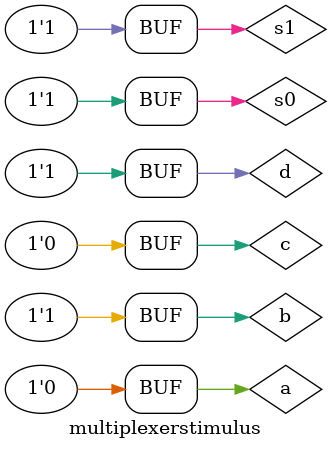
<source format=v>
`timescale 1ns / 1ps


module multiplexerstimulus;

	// Inputs
	reg a;
	reg b;
	reg c;
	reg d;
	reg s0;
	reg s1;

	// Outputs
	wire q;

	// Instantiate the Unit Under Test (UUT)
	Multiplexer uut (
		.a(a), 
		.b(b), 
		.c(c), 
		.d(d), 
		.s0(s0), 
		.s1(s1), 
		.q(q)
	);

	initial begin
		// Initialize Inputs
		a = 0;
		b = 0;
		c = 0;
		d = 0;
		s0 = 0;
		s1 = 0;

		// Wait 100 ns for global reset to finish
		#100;
		a = 0;
		b = 1;
		c = 0;
		d = 1;
		s0 = 1;
		s1 = 1;

        
		// Add stimulus here

	end
      
endmodule


</source>
